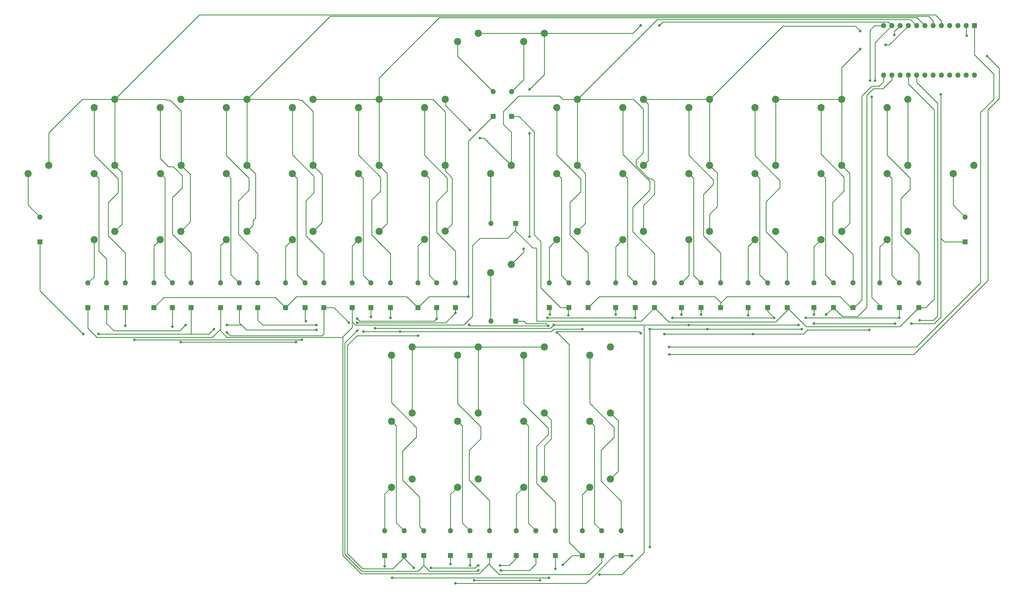
<source format=gbl>
%TF.GenerationSoftware,KiCad,Pcbnew,(6.0.9)*%
%TF.CreationDate,2022-11-06T01:43:21-08:00*%
%TF.ProjectId,kb_pcb,6b625f70-6362-42e6-9b69-6361645f7063,rev?*%
%TF.SameCoordinates,Original*%
%TF.FileFunction,Copper,L2,Bot*%
%TF.FilePolarity,Positive*%
%FSLAX46Y46*%
G04 Gerber Fmt 4.6, Leading zero omitted, Abs format (unit mm)*
G04 Created by KiCad (PCBNEW (6.0.9)) date 2022-11-06 01:43:21*
%MOMM*%
%LPD*%
G01*
G04 APERTURE LIST*
%TA.AperFunction,ComponentPad*%
%ADD10C,2.200000*%
%TD*%
%TA.AperFunction,ComponentPad*%
%ADD11R,1.600000X1.600000*%
%TD*%
%TA.AperFunction,ComponentPad*%
%ADD12O,1.600000X1.600000*%
%TD*%
%TA.AperFunction,ViaPad*%
%ADD13C,0.800000*%
%TD*%
%TA.AperFunction,Conductor*%
%ADD14C,0.250000*%
%TD*%
G04 APERTURE END LIST*
D10*
X255540000Y-114920000D03*
X249190000Y-117460000D03*
D11*
X202250000Y-214620000D03*
D12*
X202250000Y-207000000D03*
D10*
X153940000Y-114920000D03*
X147590000Y-117460000D03*
X245380000Y-150480000D03*
X239030000Y-153020000D03*
D11*
X354500000Y-118120000D03*
D12*
X354500000Y-110500000D03*
D11*
X145500000Y-138370000D03*
D12*
X145500000Y-130750000D03*
D11*
X151500000Y-138370000D03*
D12*
X151500000Y-130750000D03*
D11*
X267250000Y-138370000D03*
D12*
X267250000Y-130750000D03*
D11*
X208250000Y-214620000D03*
D12*
X208250000Y-207000000D03*
D10*
X133620000Y-94600000D03*
X127270000Y-97140000D03*
X296180000Y-74280000D03*
X289830000Y-76820000D03*
X214920000Y-125080000D03*
X208570000Y-127620000D03*
D11*
X293750000Y-138370000D03*
D12*
X293750000Y-130750000D03*
D10*
X316500000Y-114920000D03*
X310150000Y-117460000D03*
D11*
X90500000Y-138370000D03*
D12*
X90500000Y-130750000D03*
D11*
X259000000Y-138370000D03*
D12*
X259000000Y-130750000D03*
D10*
X214900000Y-94600000D03*
X208550000Y-97140000D03*
D11*
X328250000Y-138370000D03*
D12*
X328250000Y-130750000D03*
D11*
X84750000Y-138370000D03*
D12*
X84750000Y-130750000D03*
D11*
X182000000Y-214620000D03*
D12*
X182000000Y-207000000D03*
D11*
X131250000Y-138370000D03*
D12*
X131250000Y-130750000D03*
D10*
X245380000Y-170800000D03*
X239030000Y-173340000D03*
X296180000Y-114920000D03*
X289830000Y-117460000D03*
X316500000Y-74280000D03*
X310150000Y-76820000D03*
D11*
X248750000Y-214620000D03*
D12*
X248750000Y-207000000D03*
D11*
X166000000Y-138370000D03*
D12*
X166000000Y-130750000D03*
D10*
X275860000Y-74280000D03*
X269510000Y-76820000D03*
D11*
X216500000Y-214620000D03*
D12*
X216500000Y-207000000D03*
D10*
X225060000Y-150480000D03*
X218710000Y-153020000D03*
D11*
X157250000Y-138370000D03*
D12*
X157250000Y-130750000D03*
D11*
X176000000Y-214620000D03*
D12*
X176000000Y-207000000D03*
D11*
X314000000Y-138370000D03*
D12*
X314000000Y-130750000D03*
D11*
X308000000Y-138370000D03*
D12*
X308000000Y-130750000D03*
D10*
X296180000Y-94600000D03*
X289830000Y-97140000D03*
D11*
X209360000Y-79560000D03*
D12*
X209360000Y-71940000D03*
D10*
X204740000Y-170800000D03*
X198390000Y-173340000D03*
D11*
X340250000Y-138370000D03*
D12*
X340250000Y-130750000D03*
D10*
X113420000Y-94600000D03*
X107070000Y-97140000D03*
X225060000Y-53960000D03*
X218710000Y-56500000D03*
D11*
X125500000Y-138370000D03*
D12*
X125500000Y-130750000D03*
D10*
X92980000Y-74280000D03*
X86630000Y-76820000D03*
X235220000Y-74280000D03*
X228870000Y-76820000D03*
D11*
X96250000Y-138370000D03*
D12*
X96250000Y-130750000D03*
D10*
X194580000Y-114800000D03*
X188230000Y-117340000D03*
X255540000Y-94600000D03*
X249190000Y-97140000D03*
X336820000Y-74280000D03*
X330470000Y-76820000D03*
X174260000Y-74280000D03*
X167910000Y-76820000D03*
X255540000Y-74280000D03*
X249190000Y-76820000D03*
X336820000Y-94600000D03*
X330470000Y-97140000D03*
X275860000Y-94600000D03*
X269510000Y-97140000D03*
D11*
X216310000Y-112500000D03*
D12*
X208690000Y-112500000D03*
D10*
X225060000Y-170800000D03*
X218710000Y-173340000D03*
D11*
X226600000Y-138370000D03*
D12*
X226600000Y-130750000D03*
D11*
X334250000Y-138370000D03*
D12*
X334250000Y-130750000D03*
D10*
X194580000Y-94600000D03*
X188230000Y-97140000D03*
D11*
X242750000Y-214620000D03*
D12*
X242750000Y-207000000D03*
D11*
X105000000Y-138370000D03*
D12*
X105000000Y-130750000D03*
D10*
X275860000Y-114920000D03*
X269510000Y-117460000D03*
D11*
X116500000Y-138370000D03*
D12*
X116500000Y-130750000D03*
X273250000Y-130750000D03*
D11*
X273250000Y-138370000D03*
D10*
X357140000Y-94600000D03*
X350790000Y-97140000D03*
D11*
X137000000Y-138370000D03*
D12*
X137000000Y-130750000D03*
D11*
X247000000Y-138370000D03*
D12*
X247000000Y-130750000D03*
D10*
X72660000Y-94600000D03*
X66310000Y-97140000D03*
X235220000Y-94600000D03*
X228870000Y-97140000D03*
X133620000Y-74280000D03*
X127270000Y-76820000D03*
X174260000Y-94600000D03*
X167910000Y-97140000D03*
D11*
X279250000Y-138370000D03*
D12*
X279250000Y-130750000D03*
D11*
X222500000Y-214620000D03*
D12*
X222500000Y-207000000D03*
D11*
X287750000Y-138370000D03*
D12*
X287750000Y-130750000D03*
D11*
X236750000Y-214620000D03*
D12*
X236750000Y-207000000D03*
D10*
X194580000Y-74280000D03*
X188230000Y-76820000D03*
X92980000Y-94600000D03*
X86630000Y-97140000D03*
X235220000Y-114920000D03*
X228870000Y-117460000D03*
X336820000Y-114920000D03*
X330470000Y-117460000D03*
X184420000Y-170800000D03*
X178070000Y-173340000D03*
X204740000Y-191120000D03*
X198390000Y-193660000D03*
X245380000Y-191120000D03*
X239030000Y-193660000D03*
D11*
X186250000Y-138370000D03*
D12*
X186250000Y-130750000D03*
D11*
X228500000Y-214620000D03*
D12*
X228500000Y-207000000D03*
D10*
X92980000Y-114920000D03*
X86630000Y-117460000D03*
D11*
X320000000Y-138370000D03*
D12*
X320000000Y-130750000D03*
D11*
X177750000Y-138370000D03*
D12*
X177750000Y-130750000D03*
D10*
X204740000Y-150480000D03*
X198390000Y-153020000D03*
X225060000Y-191120000D03*
X218710000Y-193660000D03*
D11*
X299750000Y-138370000D03*
D12*
X299750000Y-130750000D03*
D11*
X238600000Y-138370000D03*
D12*
X238600000Y-130750000D03*
D11*
X110750000Y-138370000D03*
D12*
X110750000Y-130750000D03*
D11*
X253000000Y-138370000D03*
D12*
X253000000Y-130750000D03*
D10*
X133620000Y-114920000D03*
X127270000Y-117460000D03*
X184420000Y-191120000D03*
X178070000Y-193660000D03*
X174260000Y-114920000D03*
X167910000Y-117460000D03*
D11*
X215000000Y-79560000D03*
D12*
X215000000Y-71940000D03*
D11*
X216250000Y-142500000D03*
D12*
X208630000Y-142500000D03*
D11*
X188000000Y-214620000D03*
D12*
X188000000Y-207000000D03*
D11*
X357350000Y-51630000D03*
D12*
X354810000Y-51630000D03*
X352270000Y-51630000D03*
X349730000Y-51630000D03*
X347190000Y-51630000D03*
X344650000Y-51630000D03*
X342110000Y-51630000D03*
X339570000Y-51630000D03*
X337030000Y-51630000D03*
X334490000Y-51630000D03*
X331950000Y-51630000D03*
X329410000Y-51630000D03*
X329410000Y-66870000D03*
X331950000Y-66870000D03*
X334490000Y-66870000D03*
X337030000Y-66870000D03*
X339570000Y-66870000D03*
X342110000Y-66870000D03*
X344650000Y-66870000D03*
X347190000Y-66870000D03*
X349730000Y-66870000D03*
X352270000Y-66870000D03*
X354810000Y-66870000D03*
X357350000Y-66870000D03*
D10*
X204740000Y-53960000D03*
X198390000Y-56500000D03*
D11*
X197750000Y-138370000D03*
D12*
X197750000Y-130750000D03*
D10*
X184420000Y-150480000D03*
X178070000Y-153020000D03*
D11*
X232600000Y-138370000D03*
D12*
X232600000Y-130750000D03*
D10*
X316500000Y-94600000D03*
X310150000Y-97140000D03*
D11*
X192000000Y-138370000D03*
D12*
X192000000Y-130750000D03*
D11*
X70000000Y-118120000D03*
D12*
X70000000Y-110500000D03*
D10*
X153940000Y-94600000D03*
X147590000Y-97140000D03*
X113300000Y-74280000D03*
X106950000Y-76820000D03*
D11*
X171750000Y-138370000D03*
D12*
X171750000Y-130750000D03*
D10*
X113300000Y-114920000D03*
X106950000Y-117460000D03*
D11*
X196250000Y-214620000D03*
D12*
X196250000Y-207000000D03*
D10*
X153940000Y-74280000D03*
X147590000Y-76820000D03*
D13*
X196250000Y-217250000D03*
X197750000Y-223250000D03*
X355000000Y-54750000D03*
X361250000Y-61000000D03*
X263500000Y-152750000D03*
X263480000Y-150480000D03*
X332750000Y-54500000D03*
X322250000Y-58750000D03*
X330000000Y-57500000D03*
X322250000Y-53250000D03*
X326750000Y-68500000D03*
X254750000Y-51500000D03*
X260500000Y-51500000D03*
X218750000Y-120250000D03*
X220500000Y-116500000D03*
X220500000Y-84750000D03*
X220500000Y-71250000D03*
X205250000Y-86250000D03*
X202250000Y-83750000D03*
X202250000Y-217750000D03*
X203500000Y-222250000D03*
X223750000Y-222250000D03*
X230750000Y-217500000D03*
X110750000Y-144250000D03*
X113250000Y-149000000D03*
X148750000Y-149000000D03*
X151750000Y-142500000D03*
X167500000Y-141750000D03*
X192000000Y-141750000D03*
X202000000Y-143750000D03*
X226250000Y-144000000D03*
X229000000Y-146000000D03*
X254750000Y-146250000D03*
X247000000Y-140500000D03*
X262000000Y-146500000D03*
X287750000Y-140750000D03*
X289250000Y-146500000D03*
X325000000Y-145250000D03*
X325750000Y-73500000D03*
X325250000Y-68500000D03*
X211500000Y-217750000D03*
X204750000Y-217750000D03*
X190250000Y-218500000D03*
X185000000Y-218500000D03*
X186250000Y-147000000D03*
X201750000Y-135000000D03*
X96250000Y-144000000D03*
X99000000Y-148250000D03*
X150500000Y-148250000D03*
X155000000Y-143750000D03*
X169500000Y-145750000D03*
X177750000Y-141500000D03*
X180750000Y-145750000D03*
X236750000Y-145000000D03*
X252000000Y-214750000D03*
X257500000Y-212000000D03*
X232500000Y-140750000D03*
X257500000Y-145000000D03*
X273250000Y-140500000D03*
X275250000Y-145000000D03*
X304250000Y-145000000D03*
X311750000Y-140500000D03*
X114750000Y-143750000D03*
X127500000Y-143750000D03*
X155000000Y-145250000D03*
X176000000Y-218000000D03*
X178250000Y-221500000D03*
X226500000Y-221500000D03*
X228500000Y-218750000D03*
X242000000Y-220500000D03*
X171750000Y-141250000D03*
X173000000Y-144750000D03*
X226750000Y-140500000D03*
X228000000Y-143750000D03*
X267250000Y-140500000D03*
X269500000Y-143750000D03*
X303250000Y-143750000D03*
X308000000Y-140500000D03*
X308000000Y-143250000D03*
X333000000Y-143250000D03*
X338000000Y-143250000D03*
X347000000Y-72750000D03*
X211750000Y-219250000D03*
X204750000Y-219250000D03*
X167500000Y-145500000D03*
X83250000Y-146500000D03*
X88000000Y-146500000D03*
X123500000Y-145000000D03*
X127500000Y-146000000D03*
X165000000Y-143000000D03*
X167500000Y-143000000D03*
X197750000Y-140000000D03*
X226000000Y-141500000D03*
X253000000Y-141500000D03*
X264500000Y-141500000D03*
X295750000Y-141500000D03*
X305500000Y-141500000D03*
X334250000Y-141500000D03*
X340500000Y-142250000D03*
D14*
X339570000Y-51630000D02*
X337650000Y-49710000D01*
X337650000Y-49710000D02*
X259790000Y-49710000D01*
X259790000Y-49710000D02*
X235220000Y-74280000D01*
X196250000Y-217250000D02*
X196250000Y-214620000D01*
X238000000Y-223250000D02*
X197750000Y-223250000D01*
X248750000Y-214620000D02*
X246630000Y-214620000D01*
X246630000Y-214620000D02*
X238000000Y-223250000D01*
X178500000Y-218750000D02*
X182000000Y-215250000D01*
X169250000Y-218750000D02*
X178500000Y-218750000D01*
X182000000Y-215250000D02*
X182000000Y-214620000D01*
X164500000Y-214000000D02*
X169250000Y-218750000D01*
X164500000Y-150000000D02*
X164500000Y-214000000D01*
X167500000Y-147000000D02*
X164500000Y-150000000D01*
X186250000Y-147000000D02*
X167500000Y-147000000D01*
X355000000Y-54750000D02*
X354810000Y-54560000D01*
X354810000Y-54560000D02*
X354810000Y-51630000D01*
X365000000Y-74000000D02*
X365000000Y-64750000D01*
X361500000Y-130000000D02*
X361500000Y-78500000D01*
X360750000Y-130750000D02*
X361500000Y-130000000D01*
X263500000Y-152750000D02*
X338750000Y-152750000D01*
X338750000Y-152750000D02*
X360750000Y-130750000D01*
X361500000Y-78500000D02*
X361500000Y-77500000D01*
X365000000Y-64750000D02*
X361250000Y-61000000D01*
X361500000Y-77500000D02*
X365000000Y-74000000D01*
X245380000Y-170800000D02*
X247750000Y-173170000D01*
X247750000Y-173170000D02*
X247750000Y-188750000D01*
X247750000Y-188750000D02*
X245380000Y-191120000D01*
X225060000Y-191120000D02*
X225060000Y-180940000D01*
X227250000Y-178750000D02*
X227250000Y-172990000D01*
X225060000Y-180940000D02*
X227250000Y-178750000D01*
X227250000Y-172990000D02*
X225060000Y-170800000D01*
X263480000Y-150480000D02*
X339520000Y-150480000D01*
X339520000Y-150480000D02*
X359250000Y-130750000D01*
X359250000Y-130750000D02*
X359250000Y-78250000D01*
X357250000Y-60500000D02*
X357350000Y-60400000D01*
X359250000Y-78250000D02*
X363250000Y-74250000D01*
X363250000Y-74250000D02*
X363250000Y-66500000D01*
X363250000Y-66500000D02*
X357250000Y-60500000D01*
X357350000Y-60400000D02*
X357350000Y-51630000D01*
X204740000Y-150480000D02*
X225060000Y-150480000D01*
X204740000Y-150480000D02*
X204740000Y-170800000D01*
X184420000Y-150480000D02*
X204740000Y-150480000D01*
X184420000Y-170800000D02*
X184420000Y-150480000D01*
X332750000Y-54500000D02*
X332750000Y-53370000D01*
X332750000Y-53370000D02*
X334490000Y-51630000D01*
X316500000Y-64500000D02*
X322250000Y-58750000D01*
X316500000Y-74280000D02*
X316500000Y-64500000D01*
X316500000Y-94600000D02*
X319000000Y-97100000D01*
X319000000Y-97100000D02*
X319000000Y-112420000D01*
X319000000Y-112420000D02*
X316500000Y-114920000D01*
X316500000Y-74280000D02*
X316500000Y-94600000D01*
X296180000Y-74280000D02*
X316500000Y-74280000D01*
X296180000Y-94600000D02*
X296180000Y-74280000D01*
X330000000Y-57500000D02*
X331160000Y-57500000D01*
X331160000Y-57500000D02*
X337030000Y-51630000D01*
X298750000Y-51750000D02*
X320750000Y-51750000D01*
X320750000Y-51750000D02*
X322250000Y-53250000D01*
X275860000Y-74280000D02*
X298390000Y-51750000D01*
X298390000Y-51750000D02*
X298750000Y-51750000D01*
X275860000Y-94600000D02*
X278250000Y-96990000D01*
X278250000Y-96990000D02*
X278250000Y-107250000D01*
X278250000Y-107250000D02*
X275860000Y-109640000D01*
X275860000Y-109640000D02*
X275860000Y-114920000D01*
X275860000Y-74280000D02*
X275860000Y-94600000D01*
X255540000Y-74280000D02*
X275860000Y-74280000D01*
X255540000Y-94600000D02*
X257000000Y-93140000D01*
X257000000Y-93140000D02*
X257000000Y-75740000D01*
X257000000Y-75740000D02*
X255540000Y-74280000D01*
X326750000Y-68500000D02*
X326750000Y-56830000D01*
X326750000Y-56830000D02*
X331950000Y-51630000D01*
X336820000Y-74280000D02*
X336820000Y-94600000D01*
X254750000Y-51500000D02*
X252290000Y-53960000D01*
X252290000Y-53960000D02*
X225060000Y-53960000D01*
X261495000Y-50505000D02*
X260500000Y-51500000D01*
X330825000Y-50505000D02*
X261495000Y-50505000D01*
X331950000Y-51630000D02*
X330825000Y-50505000D01*
X218750000Y-120250000D02*
X218750000Y-121250000D01*
X218750000Y-121250000D02*
X214920000Y-125080000D01*
X220500000Y-84750000D02*
X220500000Y-116500000D01*
X225060000Y-66690000D02*
X220500000Y-71250000D01*
X225060000Y-53960000D02*
X225060000Y-66690000D01*
X204740000Y-53960000D02*
X225060000Y-53960000D01*
X325250000Y-53000000D02*
X326620000Y-51630000D01*
X326620000Y-51630000D02*
X329410000Y-51630000D01*
X235220000Y-74280000D02*
X252530000Y-74280000D01*
X252530000Y-74280000D02*
X255500000Y-77250000D01*
X255500000Y-77250000D02*
X255500000Y-90750000D01*
X255500000Y-90750000D02*
X253250000Y-93000000D01*
X253250000Y-93000000D02*
X253250000Y-94613604D01*
X257386396Y-98750000D02*
X258250000Y-98750000D01*
X253250000Y-94613604D02*
X257386396Y-98750000D01*
X258250000Y-98750000D02*
X259000000Y-99500000D01*
X259000000Y-99500000D02*
X259000000Y-103500000D01*
X259000000Y-103500000D02*
X255540000Y-106960000D01*
X255540000Y-106960000D02*
X255540000Y-114920000D01*
X235220000Y-94600000D02*
X237750000Y-97130000D01*
X237750000Y-97130000D02*
X237750000Y-112390000D01*
X237750000Y-112390000D02*
X235220000Y-114920000D01*
X235220000Y-74280000D02*
X235220000Y-94600000D01*
X214900000Y-94600000D02*
X214900000Y-84400000D01*
X214900000Y-84400000D02*
X212500000Y-82000000D01*
X212500000Y-82000000D02*
X212500000Y-78000000D01*
X230780000Y-74280000D02*
X235220000Y-74280000D01*
X212500000Y-78000000D02*
X217250000Y-73250000D01*
X217250000Y-73250000D02*
X229750000Y-73250000D01*
X229750000Y-73250000D02*
X230780000Y-74280000D01*
X205250000Y-86250000D02*
X206550000Y-86250000D01*
X206550000Y-86250000D02*
X214900000Y-94600000D01*
X194580000Y-76080000D02*
X202250000Y-83750000D01*
X194580000Y-74280000D02*
X194580000Y-76080000D01*
X320000000Y-138370000D02*
X320380000Y-138370000D01*
X320380000Y-138370000D02*
X322750000Y-136000000D01*
X329410000Y-68840000D02*
X329410000Y-66870000D01*
X322750000Y-136000000D02*
X322750000Y-73250000D01*
X322750000Y-73250000D02*
X325750000Y-70250000D01*
X325750000Y-70250000D02*
X328000000Y-70250000D01*
X328000000Y-70250000D02*
X329410000Y-68840000D01*
X314000000Y-138370000D02*
X316680000Y-141050000D01*
X316680000Y-141050000D02*
X321450000Y-141050000D01*
X329250000Y-71000000D02*
X331950000Y-68300000D01*
X321450000Y-141050000D02*
X324250000Y-138250000D01*
X326250000Y-71000000D02*
X329250000Y-71000000D01*
X324250000Y-138250000D02*
X324250000Y-73000000D01*
X324250000Y-73000000D02*
X326250000Y-71000000D01*
X331950000Y-68300000D02*
X331950000Y-66870000D01*
X337030000Y-69530000D02*
X337030000Y-66870000D01*
X339570000Y-69070000D02*
X339570000Y-66870000D01*
X347190000Y-50160000D02*
X347190000Y-51630000D01*
X344650000Y-50160000D02*
X344650000Y-51630000D01*
X174260000Y-67640000D02*
X192750000Y-49150000D01*
X174260000Y-74280000D02*
X174260000Y-67640000D01*
X192750000Y-49150000D02*
X339630000Y-49150000D01*
X339630000Y-49150000D02*
X342110000Y-51630000D01*
X194580000Y-96330000D02*
X196750000Y-98500000D01*
X194580000Y-94600000D02*
X194580000Y-96330000D01*
X196750000Y-112630000D02*
X194580000Y-114800000D01*
X196750000Y-98500000D02*
X196750000Y-112630000D01*
X174260000Y-74280000D02*
X190780000Y-74280000D01*
X190780000Y-74280000D02*
X194580000Y-78080000D01*
X194580000Y-78080000D02*
X194580000Y-94600000D01*
X174260000Y-94600000D02*
X176750000Y-97090000D01*
X176750000Y-97090000D02*
X176750000Y-112430000D01*
X176750000Y-112430000D02*
X174260000Y-114920000D01*
X174260000Y-74280000D02*
X174260000Y-94600000D01*
X153940000Y-74280000D02*
X174260000Y-74280000D01*
X344650000Y-50160000D02*
X343190000Y-48700000D01*
X343190000Y-48700000D02*
X159200000Y-48700000D01*
X159200000Y-48700000D02*
X133620000Y-74280000D01*
X153940000Y-94600000D02*
X156750000Y-97410000D01*
X156750000Y-97410000D02*
X156750000Y-112110000D01*
X156750000Y-112110000D02*
X153940000Y-114920000D01*
X133620000Y-74280000D02*
X149530000Y-74280000D01*
X150500000Y-74500000D02*
X154000000Y-78000000D01*
X149750000Y-74500000D02*
X150500000Y-74500000D01*
X149530000Y-74280000D02*
X149750000Y-74500000D01*
X154000000Y-78000000D02*
X153940000Y-78060000D01*
X153940000Y-78060000D02*
X153940000Y-94600000D01*
X133620000Y-94600000D02*
X136250000Y-97230000D01*
X136250000Y-97230000D02*
X136250000Y-110750000D01*
X136250000Y-110750000D02*
X135500000Y-111500000D01*
X135500000Y-111500000D02*
X135500000Y-113040000D01*
X135500000Y-113040000D02*
X133620000Y-114920000D01*
X133620000Y-74280000D02*
X133620000Y-94600000D01*
X113300000Y-74280000D02*
X133620000Y-74280000D01*
X345500000Y-48470000D02*
X345500000Y-48250000D01*
X347190000Y-50160000D02*
X345500000Y-48470000D01*
X345500000Y-48250000D02*
X119010000Y-48250000D01*
X119010000Y-48250000D02*
X92980000Y-74280000D01*
X113420000Y-94600000D02*
X116250000Y-97430000D01*
X116250000Y-97430000D02*
X116250000Y-111970000D01*
X116250000Y-111970000D02*
X113300000Y-114920000D01*
X110000000Y-74500000D02*
X113500000Y-78000000D01*
X109000000Y-74500000D02*
X110000000Y-74500000D01*
X92980000Y-74280000D02*
X108780000Y-74280000D01*
X108780000Y-74280000D02*
X109000000Y-74500000D01*
X113420000Y-78080000D02*
X113420000Y-94600000D01*
X113500000Y-78000000D02*
X113420000Y-78080000D01*
X95250000Y-112750000D02*
X94750000Y-113250000D01*
X95250000Y-96500000D02*
X95250000Y-112750000D01*
X92980000Y-94600000D02*
X94880000Y-96500000D01*
X94880000Y-96500000D02*
X95250000Y-96500000D01*
X94750000Y-113250000D02*
X94650000Y-113250000D01*
X94650000Y-113250000D02*
X92980000Y-114920000D01*
X92980000Y-74280000D02*
X92980000Y-94600000D01*
X72660000Y-84590000D02*
X83000000Y-74250000D01*
X72660000Y-94600000D02*
X72660000Y-84590000D01*
X83000000Y-74250000D02*
X83030000Y-74280000D01*
X83030000Y-74280000D02*
X92980000Y-74280000D01*
X202250000Y-217750000D02*
X202250000Y-214620000D01*
X223750000Y-222250000D02*
X203500000Y-222250000D01*
X236750000Y-214620000D02*
X233630000Y-214620000D01*
X233630000Y-214620000D02*
X230750000Y-217500000D01*
X229000000Y-146000000D02*
X232750000Y-149750000D01*
X232750000Y-149750000D02*
X232750000Y-210620000D01*
X232750000Y-210620000D02*
X236750000Y-214620000D01*
X110750000Y-144250000D02*
X110750000Y-138370000D01*
X148750000Y-149000000D02*
X113250000Y-149000000D01*
X151750000Y-142500000D02*
X151750000Y-142250000D01*
X151750000Y-142250000D02*
X151500000Y-142000000D01*
X151500000Y-142000000D02*
X151500000Y-138370000D01*
X189750000Y-142500000D02*
X168250000Y-142500000D01*
X192000000Y-141750000D02*
X191250000Y-142500000D01*
X191250000Y-142500000D02*
X189750000Y-142500000D01*
X168250000Y-142500000D02*
X167500000Y-141750000D01*
X192000000Y-141750000D02*
X192000000Y-138370000D01*
X202250000Y-144000000D02*
X202000000Y-143750000D01*
X226250000Y-144000000D02*
X202250000Y-144000000D01*
X225500000Y-143250000D02*
X219500000Y-143250000D01*
X226250000Y-144000000D02*
X225500000Y-143250000D01*
X219500000Y-143250000D02*
X218750000Y-142500000D01*
X218750000Y-142500000D02*
X216250000Y-142500000D01*
X229250000Y-145750000D02*
X229000000Y-146000000D01*
X253250000Y-145750000D02*
X229250000Y-145750000D01*
X254750000Y-146250000D02*
X254250000Y-145750000D01*
X254250000Y-145750000D02*
X253250000Y-145750000D01*
X247000000Y-140500000D02*
X247000000Y-138370000D01*
X289250000Y-146500000D02*
X262000000Y-146500000D01*
X287750000Y-140750000D02*
X287750000Y-138370000D01*
X304750000Y-146500000D02*
X289250000Y-146500000D01*
X325000000Y-145250000D02*
X306000000Y-145250000D01*
X306000000Y-145250000D02*
X304750000Y-146500000D01*
X325750000Y-73500000D02*
X325750000Y-135250000D01*
X325750000Y-135250000D02*
X328250000Y-137750000D01*
X328250000Y-137750000D02*
X328250000Y-138370000D01*
X325250000Y-53000000D02*
X325250000Y-68500000D01*
X211500000Y-217750000D02*
X214250000Y-217750000D01*
X216500000Y-215500000D02*
X216500000Y-214620000D01*
X214250000Y-217750000D02*
X216500000Y-215500000D01*
X204500000Y-217750000D02*
X204750000Y-217750000D01*
X190250000Y-218500000D02*
X203750000Y-218500000D01*
X203750000Y-218500000D02*
X204500000Y-217750000D01*
X182000000Y-215500000D02*
X185000000Y-218500000D01*
X182000000Y-214620000D02*
X182000000Y-215500000D01*
X201750000Y-135000000D02*
X201750000Y-87170000D01*
X201750000Y-87170000D02*
X209360000Y-79560000D01*
X145500000Y-138370000D02*
X142380000Y-135250000D01*
X142380000Y-135250000D02*
X108120000Y-135250000D01*
X108120000Y-135250000D02*
X105000000Y-138370000D01*
X186120000Y-138370000D02*
X182750000Y-135000000D01*
X186250000Y-138370000D02*
X186120000Y-138370000D01*
X182750000Y-135000000D02*
X148870000Y-135000000D01*
X148870000Y-135000000D02*
X145500000Y-138370000D01*
X201750000Y-135000000D02*
X189620000Y-135000000D01*
X189620000Y-135000000D02*
X186250000Y-138370000D01*
X279250000Y-138370000D02*
X279250000Y-136750000D01*
X279250000Y-136750000D02*
X277500000Y-135000000D01*
X277500000Y-135000000D02*
X241970000Y-135000000D01*
X241970000Y-135000000D02*
X238600000Y-138370000D01*
X320000000Y-138370000D02*
X319370000Y-138370000D01*
X319370000Y-138370000D02*
X316000000Y-135000000D01*
X316000000Y-135000000D02*
X281250000Y-135000000D01*
X281250000Y-135000000D02*
X279250000Y-137000000D01*
X279250000Y-137000000D02*
X279250000Y-138370000D01*
X96250000Y-144000000D02*
X96250000Y-138370000D01*
X150500000Y-148250000D02*
X99000000Y-148250000D01*
X138500000Y-143750000D02*
X137000000Y-142250000D01*
X155000000Y-143750000D02*
X138500000Y-143750000D01*
X137000000Y-142250000D02*
X137000000Y-138370000D01*
X180750000Y-145750000D02*
X169500000Y-145750000D01*
X177750000Y-141500000D02*
X177750000Y-138370000D01*
X227250000Y-145750000D02*
X180750000Y-145750000D01*
X236750000Y-145000000D02*
X228000000Y-145000000D01*
X227500000Y-145500000D02*
X227250000Y-145750000D01*
X228000000Y-145000000D02*
X227500000Y-145500000D01*
X232600000Y-138370000D02*
X230120000Y-138370000D01*
X222000000Y-84250000D02*
X217310000Y-79560000D01*
X230120000Y-138370000D02*
X224000000Y-132250000D01*
X224000000Y-132250000D02*
X224000000Y-118000000D01*
X224000000Y-118000000D02*
X222000000Y-116000000D01*
X222000000Y-116000000D02*
X222000000Y-84250000D01*
X217310000Y-79560000D02*
X215000000Y-79560000D01*
X252000000Y-214750000D02*
X251870000Y-214620000D01*
X251870000Y-214620000D02*
X248750000Y-214620000D01*
X257500000Y-145000000D02*
X257500000Y-212000000D01*
X232500000Y-140750000D02*
X232500000Y-138470000D01*
X232500000Y-138470000D02*
X232600000Y-138370000D01*
X275250000Y-145000000D02*
X257500000Y-145000000D01*
X304250000Y-145000000D02*
X275250000Y-145000000D01*
X273250000Y-140500000D02*
X273250000Y-138370000D01*
X313880000Y-138370000D02*
X311750000Y-140500000D01*
X314000000Y-138370000D02*
X313880000Y-138370000D01*
X114750000Y-143750000D02*
X113000000Y-145500000D01*
X113000000Y-145500000D02*
X92750000Y-145500000D01*
X92750000Y-145500000D02*
X90500000Y-143250000D01*
X90500000Y-143250000D02*
X90500000Y-138370000D01*
X133500000Y-145250000D02*
X132000000Y-143750000D01*
X132000000Y-143750000D02*
X127500000Y-143750000D01*
X132000000Y-143750000D02*
X131250000Y-143000000D01*
X155000000Y-145250000D02*
X133500000Y-145250000D01*
X131250000Y-143000000D02*
X131250000Y-138370000D01*
X176000000Y-218000000D02*
X176000000Y-214620000D01*
X226500000Y-221500000D02*
X178250000Y-221500000D01*
X228500000Y-218750000D02*
X228500000Y-214620000D01*
X249500000Y-220000000D02*
X249000000Y-220500000D01*
X255750000Y-143750000D02*
X228000000Y-143750000D01*
X269500000Y-143750000D02*
X255750000Y-143750000D01*
X249000000Y-220500000D02*
X242000000Y-220500000D01*
X255750000Y-143750000D02*
X255750000Y-213750000D01*
X255750000Y-213750000D02*
X249500000Y-220000000D01*
X171750000Y-141250000D02*
X171750000Y-138370000D01*
X227000000Y-144750000D02*
X173000000Y-144750000D01*
X228000000Y-143750000D02*
X227000000Y-144750000D01*
X226750000Y-140500000D02*
X226750000Y-138520000D01*
X226750000Y-138520000D02*
X226600000Y-138370000D01*
X267250000Y-140500000D02*
X267250000Y-138370000D01*
X303250000Y-143750000D02*
X269500000Y-143750000D01*
X308000000Y-140500000D02*
X308000000Y-138370000D01*
X333000000Y-143250000D02*
X308000000Y-143250000D01*
X339250000Y-143250000D02*
X338000000Y-143250000D01*
X347000000Y-141250000D02*
X346000000Y-142250000D01*
X345000000Y-143250000D02*
X339250000Y-143250000D01*
X347000000Y-117000000D02*
X347000000Y-141250000D01*
X346000000Y-142250000D02*
X345000000Y-143250000D01*
X347000000Y-72750000D02*
X347000000Y-117000000D01*
X347000000Y-117000000D02*
X348120000Y-118120000D01*
X348120000Y-118120000D02*
X354500000Y-118120000D01*
X211750000Y-219250000D02*
X220500000Y-219250000D01*
X220500000Y-219250000D02*
X222500000Y-217250000D01*
X222500000Y-217250000D02*
X222500000Y-214620000D01*
X204500000Y-219500000D02*
X204750000Y-219250000D01*
X190000000Y-219500000D02*
X204500000Y-219500000D01*
X188000000Y-217750000D02*
X189750000Y-219500000D01*
X189750000Y-219500000D02*
X190000000Y-219500000D01*
X167500000Y-145500000D02*
X163750000Y-149250000D01*
X163750000Y-149250000D02*
X163750000Y-214250000D01*
X163750000Y-214250000D02*
X169000000Y-219500000D01*
X188000000Y-217750000D02*
X188000000Y-214620000D01*
X169000000Y-219500000D02*
X186250000Y-219500000D01*
X186250000Y-219500000D02*
X188000000Y-217750000D01*
X83250000Y-146500000D02*
X70000000Y-133250000D01*
X70000000Y-133250000D02*
X70000000Y-118120000D01*
X116500000Y-146500000D02*
X88000000Y-146500000D01*
X123500000Y-145000000D02*
X122000000Y-146500000D01*
X122000000Y-146500000D02*
X116500000Y-146500000D01*
X116500000Y-146500000D02*
X116500000Y-138370000D01*
X128500000Y-147000000D02*
X127500000Y-146000000D01*
X156750000Y-147000000D02*
X128500000Y-147000000D01*
X157250000Y-138370000D02*
X157250000Y-146500000D01*
X157250000Y-146500000D02*
X156750000Y-147000000D01*
X165000000Y-143000000D02*
X160370000Y-138370000D01*
X160370000Y-138370000D02*
X157250000Y-138370000D01*
X194750000Y-143000000D02*
X167500000Y-143000000D01*
X196750000Y-141000000D02*
X194750000Y-143000000D01*
X197750000Y-140000000D02*
X196750000Y-141000000D01*
X197750000Y-140000000D02*
X197750000Y-138370000D01*
X253000000Y-141500000D02*
X226000000Y-141500000D01*
X253000000Y-141500000D02*
X253000000Y-138370000D01*
X295750000Y-141500000D02*
X264500000Y-141500000D01*
X295750000Y-141500000D02*
X293750000Y-139500000D01*
X293750000Y-139500000D02*
X293750000Y-138370000D01*
X334250000Y-141500000D02*
X305500000Y-141500000D01*
X334250000Y-141500000D02*
X334250000Y-138370000D01*
X346000000Y-75500000D02*
X346000000Y-141000000D01*
X346000000Y-141000000D02*
X344750000Y-142250000D01*
X339570000Y-69070000D02*
X346000000Y-75500000D01*
X344750000Y-142250000D02*
X340500000Y-142250000D01*
X340250000Y-138370000D02*
X342380000Y-138370000D01*
X342380000Y-138370000D02*
X345000000Y-135750000D01*
X345000000Y-135750000D02*
X345000000Y-77500000D01*
X345000000Y-77500000D02*
X337030000Y-69530000D01*
X299750000Y-138370000D02*
X305630000Y-144250000D01*
X305630000Y-144250000D02*
X334370000Y-144250000D01*
X334370000Y-144250000D02*
X340250000Y-138370000D01*
X263380000Y-142750000D02*
X296250000Y-142750000D01*
X259000000Y-138370000D02*
X263380000Y-142750000D01*
X296250000Y-142750000D02*
X299750000Y-139250000D01*
X299750000Y-139250000D02*
X299750000Y-138370000D01*
X216310000Y-112500000D02*
X216310000Y-114810000D01*
X216310000Y-114810000D02*
X221500000Y-120000000D01*
X221500000Y-120000000D02*
X222500000Y-120000000D01*
X222500000Y-120000000D02*
X222750000Y-120250000D01*
X222750000Y-120250000D02*
X222750000Y-142500000D01*
X222750000Y-142500000D02*
X254870000Y-142500000D01*
X254870000Y-142500000D02*
X259000000Y-138370000D01*
X163125000Y-147375000D02*
X166000000Y-144500000D01*
X163000000Y-147500000D02*
X163125000Y-147375000D01*
X208250000Y-214620000D02*
X208250000Y-217000000D01*
X168750000Y-220250000D02*
X163125000Y-214625000D01*
X208250000Y-217000000D02*
X205000000Y-220250000D01*
X205000000Y-220250000D02*
X168750000Y-220250000D01*
X163125000Y-214625000D02*
X163125000Y-147375000D01*
X208250000Y-214620000D02*
X208250000Y-217500000D01*
X208250000Y-217500000D02*
X211250000Y-220500000D01*
X211250000Y-220500000D02*
X239000000Y-220500000D01*
X239000000Y-220500000D02*
X242750000Y-216750000D01*
X242750000Y-216750000D02*
X242750000Y-214620000D01*
X166000000Y-138370000D02*
X166000000Y-142750000D01*
X166000000Y-142750000D02*
X167000000Y-143750000D01*
X200250000Y-143750000D02*
X203000000Y-141000000D01*
X167000000Y-143750000D02*
X200250000Y-143750000D01*
X203000000Y-141000000D02*
X203000000Y-119250000D01*
X203000000Y-119250000D02*
X205250000Y-117000000D01*
X205250000Y-117000000D02*
X213750000Y-117000000D01*
X213750000Y-117000000D02*
X216310000Y-114440000D01*
X216310000Y-114440000D02*
X216310000Y-112500000D01*
X125500000Y-138370000D02*
X125500000Y-145500000D01*
X166000000Y-144500000D02*
X166000000Y-138370000D01*
X127500000Y-147500000D02*
X163000000Y-147500000D01*
X125500000Y-145500000D02*
X127500000Y-147500000D01*
X123000000Y-147500000D02*
X125500000Y-145000000D01*
X87500000Y-147500000D02*
X123000000Y-147500000D01*
X84750000Y-138370000D02*
X84750000Y-144750000D01*
X84750000Y-144750000D02*
X87500000Y-147500000D01*
X125500000Y-145000000D02*
X125500000Y-138370000D01*
X248750000Y-207000000D02*
X248750000Y-198000000D01*
X248750000Y-198000000D02*
X242500000Y-191750000D01*
X239030000Y-167780000D02*
X239030000Y-153020000D01*
X242500000Y-191750000D02*
X242500000Y-182250000D01*
X242500000Y-182250000D02*
X246500000Y-178250000D01*
X246500000Y-178250000D02*
X246500000Y-175250000D01*
X246500000Y-175250000D02*
X239030000Y-167780000D01*
X242750000Y-207000000D02*
X240464999Y-204714999D01*
X240464999Y-204714999D02*
X240464999Y-174774999D01*
X240464999Y-174774999D02*
X239030000Y-173340000D01*
X236750000Y-207000000D02*
X236750000Y-195940000D01*
X236750000Y-195940000D02*
X239030000Y-193660000D01*
X228500000Y-207000000D02*
X228500000Y-198250000D01*
X218710000Y-167960000D02*
X218710000Y-153020000D01*
X228500000Y-198250000D02*
X222750000Y-192500000D01*
X222750000Y-192500000D02*
X222750000Y-181000000D01*
X222750000Y-181000000D02*
X226250000Y-177500000D01*
X226250000Y-177500000D02*
X226250000Y-175500000D01*
X226250000Y-175500000D02*
X218710000Y-167960000D01*
X222500000Y-207000000D02*
X220144999Y-204644999D01*
X220144999Y-204644999D02*
X220144999Y-174774999D01*
X220144999Y-174774999D02*
X218710000Y-173340000D01*
X216500000Y-207000000D02*
X216500000Y-195870000D01*
X216500000Y-195870000D02*
X218710000Y-193660000D01*
X208250000Y-207000000D02*
X208250000Y-197750000D01*
X208250000Y-197750000D02*
X202000000Y-191500000D01*
X202000000Y-191500000D02*
X202000000Y-182250000D01*
X202000000Y-182250000D02*
X205500000Y-178750000D01*
X205500000Y-178750000D02*
X205500000Y-175000000D01*
X205500000Y-175000000D02*
X198390000Y-167890000D01*
X198390000Y-167890000D02*
X198390000Y-153020000D01*
X202250000Y-207000000D02*
X199824999Y-204574999D01*
X199824999Y-204574999D02*
X199824999Y-174774999D01*
X199824999Y-174774999D02*
X198390000Y-173340000D01*
X196250000Y-207000000D02*
X196250000Y-195800000D01*
X196250000Y-195800000D02*
X198390000Y-193660000D01*
X188000000Y-207000000D02*
X186750000Y-205750000D01*
X185750000Y-178250000D02*
X185750000Y-175250000D01*
X186750000Y-205750000D02*
X186750000Y-196750000D01*
X181500000Y-191500000D02*
X181500000Y-182500000D01*
X185750000Y-175250000D02*
X178070000Y-167570000D01*
X186750000Y-196750000D02*
X181500000Y-191500000D01*
X181500000Y-182500000D02*
X185750000Y-178250000D01*
X178070000Y-167570000D02*
X178070000Y-153020000D01*
X182000000Y-207000000D02*
X179504999Y-204504999D01*
X179504999Y-204504999D02*
X179504999Y-174774999D01*
X179504999Y-174774999D02*
X178070000Y-173340000D01*
X176000000Y-207000000D02*
X176000000Y-195730000D01*
X176000000Y-195730000D02*
X178070000Y-193660000D01*
X354500000Y-110500000D02*
X350790000Y-106790000D01*
X350790000Y-106790000D02*
X350790000Y-97140000D01*
X340250000Y-130750000D02*
X340250000Y-121500000D01*
X334750000Y-116000000D02*
X334750000Y-104750000D01*
X330470000Y-91470000D02*
X330470000Y-76820000D01*
X340250000Y-121500000D02*
X334750000Y-116000000D01*
X334750000Y-104750000D02*
X337500000Y-102000000D01*
X337500000Y-102000000D02*
X337500000Y-98500000D01*
X337500000Y-98500000D02*
X330470000Y-91470000D01*
X334250000Y-130750000D02*
X331904999Y-128404999D01*
X331904999Y-128404999D02*
X331904999Y-98574999D01*
X331904999Y-98574999D02*
X330470000Y-97140000D01*
X328250000Y-130750000D02*
X328250000Y-119680000D01*
X328250000Y-119680000D02*
X330470000Y-117460000D01*
X320000000Y-130750000D02*
X320000000Y-122000000D01*
X320000000Y-122000000D02*
X313750000Y-115750000D01*
X313750000Y-115750000D02*
X313750000Y-106000000D01*
X313750000Y-106000000D02*
X317250000Y-102500000D01*
X317250000Y-102500000D02*
X317250000Y-98250000D01*
X317250000Y-98250000D02*
X310150000Y-91150000D01*
X310150000Y-91150000D02*
X310150000Y-76820000D01*
X314000000Y-130750000D02*
X311575000Y-128325000D01*
X311575000Y-128325000D02*
X311575000Y-98565000D01*
X311575000Y-98565000D02*
X310150000Y-97140000D01*
X308000000Y-130750000D02*
X308000000Y-119610000D01*
X308000000Y-119610000D02*
X310150000Y-117460000D01*
X299750000Y-130750000D02*
X299750000Y-121500000D01*
X299750000Y-121500000D02*
X293250000Y-115000000D01*
X293250000Y-115000000D02*
X293250000Y-105750000D01*
X293250000Y-105750000D02*
X297500000Y-101500000D01*
X297500000Y-101500000D02*
X297500000Y-99250000D01*
X297500000Y-99250000D02*
X289830000Y-91580000D01*
X289830000Y-91580000D02*
X289830000Y-76820000D01*
X293750000Y-130750000D02*
X291264999Y-128264999D01*
X291264999Y-128264999D02*
X291264999Y-98574999D01*
X291264999Y-98574999D02*
X289830000Y-97140000D01*
X287750000Y-130750000D02*
X287750000Y-119540000D01*
X287750000Y-119540000D02*
X289830000Y-117460000D01*
X279250000Y-130750000D02*
X279250000Y-121500000D01*
X279250000Y-121500000D02*
X274000000Y-116250000D01*
X274000000Y-116250000D02*
X274000000Y-103500000D01*
X274000000Y-103500000D02*
X277000000Y-100500000D01*
X277000000Y-100500000D02*
X277000000Y-99000000D01*
X269510000Y-91510000D02*
X269510000Y-76820000D01*
X277000000Y-99000000D02*
X269510000Y-91510000D01*
X273250000Y-130750000D02*
X270944999Y-128444999D01*
X270944999Y-128444999D02*
X270944999Y-98574999D01*
X270944999Y-98574999D02*
X269510000Y-97140000D01*
X269510000Y-117460000D02*
X269510000Y-128490000D01*
X269510000Y-128490000D02*
X267250000Y-130750000D01*
X259000000Y-130750000D02*
X259000000Y-121750000D01*
X257500000Y-99500000D02*
X249190000Y-91190000D01*
X259000000Y-121750000D02*
X252250000Y-115000000D01*
X257500000Y-102250000D02*
X257500000Y-99500000D01*
X249190000Y-91190000D02*
X249190000Y-76820000D01*
X252250000Y-115000000D02*
X252250000Y-107500000D01*
X252250000Y-107500000D02*
X257500000Y-102250000D01*
X253000000Y-130750000D02*
X250624999Y-128374999D01*
X250624999Y-128374999D02*
X250624999Y-98574999D01*
X250624999Y-98574999D02*
X249190000Y-97140000D01*
X247000000Y-130750000D02*
X247000000Y-119650000D01*
X247000000Y-119650000D02*
X249190000Y-117460000D01*
X238600000Y-130750000D02*
X238600000Y-121600000D01*
X238600000Y-121600000D02*
X233000000Y-116000000D01*
X233000000Y-116000000D02*
X233000000Y-106000000D01*
X233000000Y-106000000D02*
X236250000Y-102750000D01*
X236250000Y-102750000D02*
X236250000Y-98750000D01*
X236250000Y-98750000D02*
X228870000Y-91370000D01*
X228870000Y-91370000D02*
X228870000Y-76820000D01*
X232600000Y-130750000D02*
X230304999Y-128454999D01*
X230304999Y-128454999D02*
X230304999Y-98574999D01*
X230304999Y-98574999D02*
X228870000Y-97140000D01*
X226600000Y-130750000D02*
X226600000Y-119730000D01*
X226600000Y-119730000D02*
X228870000Y-117460000D01*
X208570000Y-127620000D02*
X208570000Y-142440000D01*
X208570000Y-142440000D02*
X208630000Y-142500000D01*
X208550000Y-97140000D02*
X208550000Y-112360000D01*
X208550000Y-112360000D02*
X208690000Y-112500000D01*
X218710000Y-56500000D02*
X218710000Y-68230000D01*
X218710000Y-68230000D02*
X215000000Y-71940000D01*
X198390000Y-56500000D02*
X198390000Y-60970000D01*
X198390000Y-60970000D02*
X209360000Y-71940000D01*
X197750000Y-130750000D02*
X197750000Y-121000000D01*
X188230000Y-91480000D02*
X188230000Y-76820000D01*
X197750000Y-121000000D02*
X192000000Y-115250000D01*
X195250000Y-98500000D02*
X188230000Y-91480000D01*
X192000000Y-115250000D02*
X192000000Y-105750000D01*
X192000000Y-105750000D02*
X195250000Y-102500000D01*
X195250000Y-102500000D02*
X195250000Y-98500000D01*
X192000000Y-130750000D02*
X189664999Y-128414999D01*
X189664999Y-128414999D02*
X189664999Y-98574999D01*
X189664999Y-98574999D02*
X188230000Y-97140000D01*
X186250000Y-130750000D02*
X186250000Y-119320000D01*
X186250000Y-119320000D02*
X188230000Y-117340000D01*
X177750000Y-130750000D02*
X177750000Y-121750000D01*
X172000000Y-116000000D02*
X172000000Y-105250000D01*
X177750000Y-121750000D02*
X172000000Y-116000000D01*
X172000000Y-105250000D02*
X174750000Y-102500000D01*
X174750000Y-102500000D02*
X174750000Y-98250000D01*
X174750000Y-98250000D02*
X167910000Y-91410000D01*
X167910000Y-91410000D02*
X167910000Y-76820000D01*
X171750000Y-130750000D02*
X169344999Y-128344999D01*
X169344999Y-128344999D02*
X169344999Y-98574999D01*
X169344999Y-98574999D02*
X167910000Y-97140000D01*
X166000000Y-130750000D02*
X166000000Y-119370000D01*
X166000000Y-119370000D02*
X167910000Y-117460000D01*
X157250000Y-130750000D02*
X157250000Y-121750000D01*
X157250000Y-121750000D02*
X151750000Y-116250000D01*
X151750000Y-116250000D02*
X151750000Y-105500000D01*
X154250000Y-98000000D02*
X147590000Y-91340000D01*
X151750000Y-105500000D02*
X154250000Y-103000000D01*
X154250000Y-103000000D02*
X154250000Y-98000000D01*
X147590000Y-91340000D02*
X147590000Y-76820000D01*
X151500000Y-130750000D02*
X149024999Y-128274999D01*
X149024999Y-128274999D02*
X149024999Y-98574999D01*
X149024999Y-98574999D02*
X147590000Y-97140000D01*
X145500000Y-130750000D02*
X145500000Y-119550000D01*
X145500000Y-119550000D02*
X147590000Y-117460000D01*
X137000000Y-130750000D02*
X137000000Y-121750000D01*
X137000000Y-121750000D02*
X131000000Y-115750000D01*
X131000000Y-115750000D02*
X131000000Y-105500000D01*
X131000000Y-105500000D02*
X134250000Y-102250000D01*
X134250000Y-98500000D02*
X127270000Y-91520000D01*
X134250000Y-102250000D02*
X134250000Y-98500000D01*
X127270000Y-91520000D02*
X127270000Y-76820000D01*
X131250000Y-130750000D02*
X128695000Y-128195000D01*
X128695000Y-128195000D02*
X128695000Y-98565000D01*
X128695000Y-98565000D02*
X127270000Y-97140000D01*
X125500000Y-130750000D02*
X125500000Y-119230000D01*
X125500000Y-119230000D02*
X127270000Y-117460000D01*
X116500000Y-130750000D02*
X116500000Y-121500000D01*
X116500000Y-121500000D02*
X110750000Y-115750000D01*
X113750000Y-97750000D02*
X111000000Y-95000000D01*
X110750000Y-115750000D02*
X110750000Y-104500000D01*
X109500000Y-95000000D02*
X106950000Y-92450000D01*
X110750000Y-104500000D02*
X113750000Y-101500000D01*
X113750000Y-101500000D02*
X113750000Y-97750000D01*
X111000000Y-95000000D02*
X109500000Y-95000000D01*
X106950000Y-92450000D02*
X106950000Y-76820000D01*
X110750000Y-130750000D02*
X108384999Y-128384999D01*
X108384999Y-98454999D02*
X107070000Y-97140000D01*
X108384999Y-128384999D02*
X108384999Y-98454999D01*
X105000000Y-130750000D02*
X105000000Y-119410000D01*
X105000000Y-119410000D02*
X106950000Y-117460000D01*
X96250000Y-130750000D02*
X96250000Y-121500000D01*
X91000000Y-106000000D02*
X94000000Y-103000000D01*
X94000000Y-103000000D02*
X94000000Y-98750000D01*
X96250000Y-121500000D02*
X91000000Y-116250000D01*
X91000000Y-116250000D02*
X91000000Y-106000000D01*
X94000000Y-98750000D02*
X86750000Y-91500000D01*
X86750000Y-91500000D02*
X86750000Y-91000000D01*
X86630000Y-90880000D02*
X86630000Y-76820000D01*
X86750000Y-91000000D02*
X86630000Y-90880000D01*
X90500000Y-123418759D02*
X88064999Y-120983758D01*
X90500000Y-130750000D02*
X90500000Y-123418759D01*
X88064999Y-120983758D02*
X88064999Y-98574999D01*
X88064999Y-98574999D02*
X86630000Y-97140000D01*
X86630000Y-117460000D02*
X86630000Y-128870000D01*
X86630000Y-128870000D02*
X84750000Y-130750000D01*
X66310000Y-97140000D02*
X66310000Y-106810000D01*
X66310000Y-106810000D02*
X70000000Y-110500000D01*
M02*

</source>
